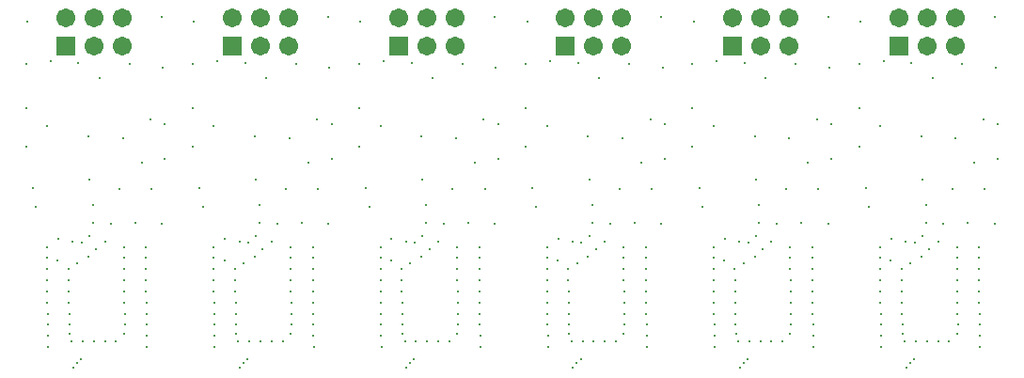
<source format=gbs>
G04*
G04 #@! TF.GenerationSoftware,Altium Limited,Altium Designer,18.1.6 (161)*
G04*
G04 Layer_Color=16711935*
%FSLAX24Y24*%
%MOIN*%
G70*
G01*
G75*
%ADD37C,0.0671*%
%ADD38R,0.0671X0.0671*%
%ADD39C,0.0126*%
D37*
X3953Y38819D02*
D03*
Y37819D02*
D03*
X2953Y38819D02*
D03*
Y37819D02*
D03*
X1953Y38819D02*
D03*
X9858D02*
D03*
Y37819D02*
D03*
X8858Y38819D02*
D03*
Y37819D02*
D03*
X7858Y38819D02*
D03*
X15764D02*
D03*
Y37819D02*
D03*
X14764Y38819D02*
D03*
Y37819D02*
D03*
X13764Y38819D02*
D03*
X21669D02*
D03*
Y37819D02*
D03*
X20669Y38819D02*
D03*
Y37819D02*
D03*
X19669Y38819D02*
D03*
X27575D02*
D03*
Y37819D02*
D03*
X26575Y38819D02*
D03*
Y37819D02*
D03*
X25575Y38819D02*
D03*
X33480D02*
D03*
Y37819D02*
D03*
X32480Y38819D02*
D03*
Y37819D02*
D03*
X31480Y38819D02*
D03*
D38*
X1953Y37819D02*
D03*
X7858D02*
D03*
X13764D02*
D03*
X19669D02*
D03*
X25575D02*
D03*
X31480D02*
D03*
D39*
X3976Y34567D02*
D03*
X4213Y37205D02*
D03*
X4838Y27165D02*
D03*
X4831Y27559D02*
D03*
X4824Y27953D02*
D03*
X4817Y28346D02*
D03*
X4810Y28740D02*
D03*
X4051Y27953D02*
D03*
X4044Y28346D02*
D03*
X4037Y28740D02*
D03*
X4030Y29134D02*
D03*
X4023Y29528D02*
D03*
X1334Y27165D02*
D03*
X1327Y27559D02*
D03*
X1320Y27953D02*
D03*
X1313Y28346D02*
D03*
X1306Y28740D02*
D03*
X2082Y27953D02*
D03*
X2075Y28346D02*
D03*
X2068Y28740D02*
D03*
X2061Y29134D02*
D03*
X2054Y29528D02*
D03*
X2355Y26582D02*
D03*
X2491Y26717D02*
D03*
X2220Y26446D02*
D03*
X906Y32126D02*
D03*
X787Y32795D02*
D03*
X2795Y33110D02*
D03*
X4409Y31575D02*
D03*
X4646Y33701D02*
D03*
X5472Y33819D02*
D03*
Y35079D02*
D03*
X5394Y37047D02*
D03*
X5354Y38858D02*
D03*
X1417Y37283D02*
D03*
X2402Y37244D02*
D03*
X3150Y36693D02*
D03*
X551Y37205D02*
D03*
X591Y38701D02*
D03*
X551Y35630D02*
D03*
X1299Y35000D02*
D03*
X2913Y32205D02*
D03*
Y31575D02*
D03*
X2795Y31102D02*
D03*
X2205Y30906D02*
D03*
X2520Y30866D02*
D03*
X1693Y30984D02*
D03*
X1299Y30709D02*
D03*
Y30315D02*
D03*
X2362Y30118D02*
D03*
X2756Y30354D02*
D03*
X3031Y30630D02*
D03*
X3346Y30906D02*
D03*
X4803Y29134D02*
D03*
Y29528D02*
D03*
Y29921D02*
D03*
Y30315D02*
D03*
Y30709D02*
D03*
X5354Y31535D02*
D03*
X3543D02*
D03*
X1299Y29134D02*
D03*
Y29528D02*
D03*
Y29921D02*
D03*
X4016Y30709D02*
D03*
Y30315D02*
D03*
Y29921D02*
D03*
Y27638D02*
D03*
X2047Y29921D02*
D03*
X2087Y27638D02*
D03*
X3740Y27362D02*
D03*
X3346D02*
D03*
X2953D02*
D03*
X2559D02*
D03*
X2165Y27366D02*
D03*
X1673Y30236D02*
D03*
X551Y34252D02*
D03*
X4961Y35236D02*
D03*
X2756Y34646D02*
D03*
X5000Y32753D02*
D03*
X3858D02*
D03*
X9882Y34567D02*
D03*
X10118Y37205D02*
D03*
X10744Y27165D02*
D03*
X10737Y27559D02*
D03*
X10730Y27953D02*
D03*
X10723Y28346D02*
D03*
X10716Y28740D02*
D03*
X9956Y27953D02*
D03*
X9949Y28346D02*
D03*
X9942Y28740D02*
D03*
X9935Y29134D02*
D03*
X9928Y29528D02*
D03*
X7240Y27165D02*
D03*
X7233Y27559D02*
D03*
X7226Y27953D02*
D03*
X7219Y28346D02*
D03*
X7212Y28740D02*
D03*
X7988Y27953D02*
D03*
X7981Y28346D02*
D03*
X7974Y28740D02*
D03*
X7967Y29134D02*
D03*
X7960Y29528D02*
D03*
X8261Y26582D02*
D03*
X8396Y26717D02*
D03*
X8125Y26446D02*
D03*
X6811Y32126D02*
D03*
X6693Y32795D02*
D03*
X8701Y33110D02*
D03*
X10315Y31575D02*
D03*
X10551Y33701D02*
D03*
X11378Y33819D02*
D03*
Y35079D02*
D03*
X11299Y37047D02*
D03*
X11260Y38858D02*
D03*
X7323Y37283D02*
D03*
X8307Y37244D02*
D03*
X9055Y36693D02*
D03*
X6457Y37205D02*
D03*
X6496Y38701D02*
D03*
X6457Y35630D02*
D03*
X7205Y35000D02*
D03*
X8819Y32205D02*
D03*
Y31575D02*
D03*
X8701Y31102D02*
D03*
X8110Y30906D02*
D03*
X8425Y30866D02*
D03*
X7598Y30984D02*
D03*
X7205Y30709D02*
D03*
Y30315D02*
D03*
X8268Y30118D02*
D03*
X8661Y30354D02*
D03*
X8937Y30630D02*
D03*
X9252Y30906D02*
D03*
X10709Y29134D02*
D03*
Y29528D02*
D03*
Y29921D02*
D03*
Y30315D02*
D03*
Y30709D02*
D03*
X11260Y31535D02*
D03*
X9449D02*
D03*
X7205Y29134D02*
D03*
Y29528D02*
D03*
Y29921D02*
D03*
X9921Y30709D02*
D03*
Y30315D02*
D03*
Y29921D02*
D03*
Y27638D02*
D03*
X7953Y29921D02*
D03*
X7992Y27638D02*
D03*
X9646Y27362D02*
D03*
X9252D02*
D03*
X8858D02*
D03*
X8465D02*
D03*
X8070Y27366D02*
D03*
X7579Y30236D02*
D03*
X6457Y34252D02*
D03*
X10866Y35236D02*
D03*
X8661Y34646D02*
D03*
X10906Y32753D02*
D03*
X9764D02*
D03*
X15787Y34567D02*
D03*
X16024Y37205D02*
D03*
X16649Y27165D02*
D03*
X16642Y27559D02*
D03*
X16635Y27953D02*
D03*
X16628Y28346D02*
D03*
X16621Y28740D02*
D03*
X15862Y27953D02*
D03*
X15855Y28346D02*
D03*
X15848Y28740D02*
D03*
X15841Y29134D02*
D03*
X15834Y29528D02*
D03*
X13145Y27165D02*
D03*
X13138Y27559D02*
D03*
X13131Y27953D02*
D03*
X13124Y28346D02*
D03*
X13117Y28740D02*
D03*
X13893Y27953D02*
D03*
X13886Y28346D02*
D03*
X13879Y28740D02*
D03*
X13872Y29134D02*
D03*
X13865Y29528D02*
D03*
X14166Y26582D02*
D03*
X14302Y26717D02*
D03*
X14031Y26446D02*
D03*
X12717Y32126D02*
D03*
X12598Y32795D02*
D03*
X14606Y33110D02*
D03*
X16220Y31575D02*
D03*
X16457Y33701D02*
D03*
X17283Y33819D02*
D03*
Y35079D02*
D03*
X17205Y37047D02*
D03*
X17165Y38858D02*
D03*
X13228Y37283D02*
D03*
X14213Y37244D02*
D03*
X14961Y36693D02*
D03*
X12362Y37205D02*
D03*
X12402Y38701D02*
D03*
X12362Y35630D02*
D03*
X13110Y35000D02*
D03*
X14724Y32205D02*
D03*
Y31575D02*
D03*
X14606Y31102D02*
D03*
X14016Y30906D02*
D03*
X14331Y30866D02*
D03*
X13504Y30984D02*
D03*
X13110Y30709D02*
D03*
Y30315D02*
D03*
X14173Y30118D02*
D03*
X14567Y30354D02*
D03*
X14843Y30630D02*
D03*
X15157Y30906D02*
D03*
X16614Y29134D02*
D03*
Y29528D02*
D03*
Y29921D02*
D03*
Y30315D02*
D03*
Y30709D02*
D03*
X17165Y31535D02*
D03*
X15354D02*
D03*
X13110Y29134D02*
D03*
Y29528D02*
D03*
Y29921D02*
D03*
X15827Y30709D02*
D03*
Y30315D02*
D03*
Y29921D02*
D03*
Y27638D02*
D03*
X13858Y29921D02*
D03*
X13898Y27638D02*
D03*
X15551Y27362D02*
D03*
X15157D02*
D03*
X14764D02*
D03*
X14370D02*
D03*
X13976Y27366D02*
D03*
X13484Y30236D02*
D03*
X12362Y34252D02*
D03*
X16772Y35236D02*
D03*
X14567Y34646D02*
D03*
X16811Y32753D02*
D03*
X15669D02*
D03*
X21693Y34567D02*
D03*
X21929Y37205D02*
D03*
X22555Y27165D02*
D03*
X22548Y27559D02*
D03*
X22541Y27953D02*
D03*
X22534Y28346D02*
D03*
X22527Y28740D02*
D03*
X21767Y27953D02*
D03*
X21760Y28346D02*
D03*
X21753Y28740D02*
D03*
X21746Y29134D02*
D03*
X21739Y29528D02*
D03*
X19051Y27165D02*
D03*
X19044Y27559D02*
D03*
X19037Y27953D02*
D03*
X19030Y28346D02*
D03*
X19023Y28740D02*
D03*
X19799Y27953D02*
D03*
X19792Y28346D02*
D03*
X19785Y28740D02*
D03*
X19778Y29134D02*
D03*
X19771Y29528D02*
D03*
X20072Y26582D02*
D03*
X20207Y26717D02*
D03*
X19936Y26446D02*
D03*
X18622Y32126D02*
D03*
X18504Y32795D02*
D03*
X20512Y33110D02*
D03*
X22126Y31575D02*
D03*
X22362Y33701D02*
D03*
X23189Y33819D02*
D03*
Y35079D02*
D03*
X23110Y37047D02*
D03*
X23071Y38858D02*
D03*
X19134Y37283D02*
D03*
X20118Y37244D02*
D03*
X20866Y36693D02*
D03*
X18268Y37205D02*
D03*
X18307Y38701D02*
D03*
X18268Y35630D02*
D03*
X19016Y35000D02*
D03*
X20630Y32205D02*
D03*
Y31575D02*
D03*
X20512Y31102D02*
D03*
X19921Y30906D02*
D03*
X20236Y30866D02*
D03*
X19409Y30984D02*
D03*
X19016Y30709D02*
D03*
Y30315D02*
D03*
X20079Y30118D02*
D03*
X20472Y30354D02*
D03*
X20748Y30630D02*
D03*
X21063Y30906D02*
D03*
X22520Y29134D02*
D03*
Y29528D02*
D03*
Y29921D02*
D03*
Y30315D02*
D03*
Y30709D02*
D03*
X23071Y31535D02*
D03*
X21260D02*
D03*
X19016Y29134D02*
D03*
Y29528D02*
D03*
Y29921D02*
D03*
X21732Y30709D02*
D03*
Y30315D02*
D03*
Y29921D02*
D03*
Y27638D02*
D03*
X19764Y29921D02*
D03*
X19803Y27638D02*
D03*
X21457Y27362D02*
D03*
X21063D02*
D03*
X20669D02*
D03*
X20276D02*
D03*
X19881Y27366D02*
D03*
X19390Y30236D02*
D03*
X18268Y34252D02*
D03*
X22677Y35236D02*
D03*
X20472Y34646D02*
D03*
X22717Y32753D02*
D03*
X21575D02*
D03*
X27598Y34567D02*
D03*
X27835Y37205D02*
D03*
X28460Y27165D02*
D03*
X28453Y27559D02*
D03*
X28446Y27953D02*
D03*
X28439Y28346D02*
D03*
X28432Y28740D02*
D03*
X27673Y27953D02*
D03*
X27666Y28346D02*
D03*
X27659Y28740D02*
D03*
X27652Y29134D02*
D03*
X27645Y29528D02*
D03*
X24956Y27165D02*
D03*
X24949Y27559D02*
D03*
X24942Y27953D02*
D03*
X24935Y28346D02*
D03*
X24928Y28740D02*
D03*
X25704Y27953D02*
D03*
X25697Y28346D02*
D03*
X25690Y28740D02*
D03*
X25683Y29134D02*
D03*
X25676Y29528D02*
D03*
X25977Y26582D02*
D03*
X26113Y26717D02*
D03*
X25842Y26446D02*
D03*
X24528Y32126D02*
D03*
X24409Y32795D02*
D03*
X26417Y33110D02*
D03*
X28031Y31575D02*
D03*
X28268Y33701D02*
D03*
X29094Y33819D02*
D03*
Y35079D02*
D03*
X29016Y37047D02*
D03*
X28976Y38858D02*
D03*
X25039Y37283D02*
D03*
X26024Y37244D02*
D03*
X26772Y36693D02*
D03*
X24173Y37205D02*
D03*
X24213Y38701D02*
D03*
X24173Y35630D02*
D03*
X24921Y35000D02*
D03*
X26535Y32205D02*
D03*
Y31575D02*
D03*
X26417Y31102D02*
D03*
X25827Y30906D02*
D03*
X26142Y30866D02*
D03*
X25315Y30984D02*
D03*
X24921Y30709D02*
D03*
Y30315D02*
D03*
X25984Y30118D02*
D03*
X26378Y30354D02*
D03*
X26654Y30630D02*
D03*
X26969Y30906D02*
D03*
X28425Y29134D02*
D03*
Y29528D02*
D03*
Y29921D02*
D03*
Y30315D02*
D03*
Y30709D02*
D03*
X28976Y31535D02*
D03*
X27165D02*
D03*
X24921Y29134D02*
D03*
Y29528D02*
D03*
Y29921D02*
D03*
X27638Y30709D02*
D03*
Y30315D02*
D03*
Y29921D02*
D03*
Y27638D02*
D03*
X25669Y29921D02*
D03*
X25709Y27638D02*
D03*
X27362Y27362D02*
D03*
X26969D02*
D03*
X26575D02*
D03*
X26181D02*
D03*
X25787Y27366D02*
D03*
X25295Y30236D02*
D03*
X24173Y34252D02*
D03*
X28583Y35236D02*
D03*
X26378Y34646D02*
D03*
X28622Y32753D02*
D03*
X27480D02*
D03*
X33504Y34567D02*
D03*
X33740Y37205D02*
D03*
X34366Y27165D02*
D03*
X34359Y27559D02*
D03*
X34352Y27953D02*
D03*
X34345Y28346D02*
D03*
X34338Y28740D02*
D03*
X33578Y27953D02*
D03*
X33571Y28346D02*
D03*
X33564Y28740D02*
D03*
X33557Y29134D02*
D03*
X33550Y29528D02*
D03*
X30862Y27165D02*
D03*
X30855Y27559D02*
D03*
X30848Y27953D02*
D03*
X30841Y28346D02*
D03*
X30834Y28740D02*
D03*
X31610Y27953D02*
D03*
X31603Y28346D02*
D03*
X31596Y28740D02*
D03*
X31589Y29134D02*
D03*
X31582Y29528D02*
D03*
X31883Y26582D02*
D03*
X32018Y26717D02*
D03*
X31747Y26446D02*
D03*
X30433Y32126D02*
D03*
X30315Y32795D02*
D03*
X32323Y33110D02*
D03*
X33937Y31575D02*
D03*
X34173Y33701D02*
D03*
X35000Y33819D02*
D03*
Y35079D02*
D03*
X34921Y37047D02*
D03*
X34882Y38858D02*
D03*
X30945Y37283D02*
D03*
X31929Y37244D02*
D03*
X32677Y36693D02*
D03*
X30079Y37205D02*
D03*
X30118Y38701D02*
D03*
X30079Y35630D02*
D03*
X30827Y35000D02*
D03*
X32441Y32205D02*
D03*
Y31575D02*
D03*
X32323Y31102D02*
D03*
X31732Y30906D02*
D03*
X32047Y30866D02*
D03*
X31220Y30984D02*
D03*
X30827Y30709D02*
D03*
Y30315D02*
D03*
X31890Y30118D02*
D03*
X32283Y30354D02*
D03*
X32559Y30630D02*
D03*
X32874Y30906D02*
D03*
X34331Y29134D02*
D03*
Y29528D02*
D03*
Y29921D02*
D03*
Y30315D02*
D03*
Y30709D02*
D03*
X34882Y31535D02*
D03*
X33071D02*
D03*
X30827Y29134D02*
D03*
Y29528D02*
D03*
Y29921D02*
D03*
X33543Y30709D02*
D03*
Y30315D02*
D03*
Y29921D02*
D03*
Y27638D02*
D03*
X31575Y29921D02*
D03*
X31614Y27638D02*
D03*
X33268Y27362D02*
D03*
X32874D02*
D03*
X32480D02*
D03*
X32087D02*
D03*
X31692Y27366D02*
D03*
X31201Y30236D02*
D03*
X30079Y34252D02*
D03*
X34488Y35236D02*
D03*
X32283Y34646D02*
D03*
X34528Y32753D02*
D03*
X33386D02*
D03*
M02*

</source>
